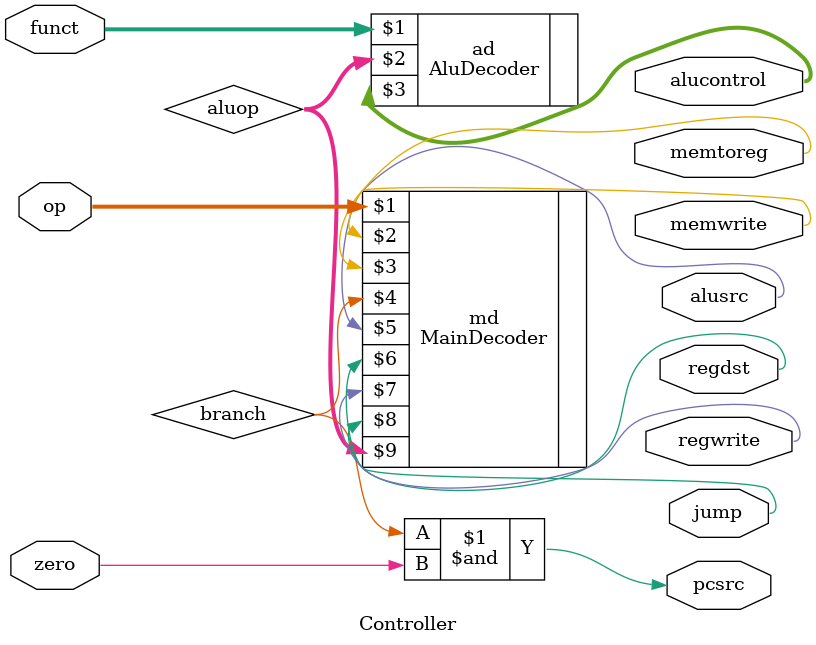
<source format=v>
`include "MainDecoder.v"
`include "AluDecoder.v"

module Controller(
	input [5:0] op,
	input [5:0] funct,
	input zero,
	output reg memtoreg,
	output reg memwrite,
	output reg pcsrc,
	output reg alusrc,
	output reg regdst,
	output reg regwrite,
	output reg jump,
	output reg [2:0] alucontrol
);

wire [1:0] aluop;
wire branch;

MainDecoder md(op, memtoreg, memwrite, branch, alusrc, regdst, regwrite, jump, aluop);

AluDecoder ad(funct, aluop, alucontrol);

assign pcsrc = branch & zero;

endmodule
</source>
